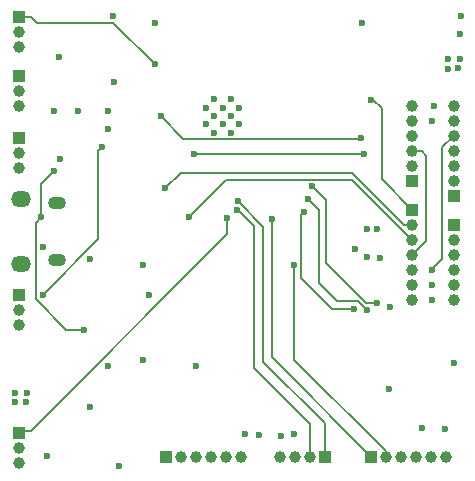
<source format=gbr>
%TF.GenerationSoftware,KiCad,Pcbnew,9.0.3*%
%TF.CreationDate,2025-08-28T21:38:12+08:00*%
%TF.ProjectId,ESP32_Board,45535033-325f-4426-9f61-72642e6b6963,rev?*%
%TF.SameCoordinates,Original*%
%TF.FileFunction,Copper,L4,Bot*%
%TF.FilePolarity,Positive*%
%FSLAX46Y46*%
G04 Gerber Fmt 4.6, Leading zero omitted, Abs format (unit mm)*
G04 Created by KiCad (PCBNEW 9.0.3) date 2025-08-28 21:38:12*
%MOMM*%
%LPD*%
G01*
G04 APERTURE LIST*
%TA.AperFunction,ComponentPad*%
%ADD10R,1.000000X1.000000*%
%TD*%
%TA.AperFunction,ComponentPad*%
%ADD11C,1.000000*%
%TD*%
%TA.AperFunction,HeatsinkPad*%
%ADD12C,0.600000*%
%TD*%
%TA.AperFunction,HeatsinkPad*%
%ADD13O,1.700000X1.350000*%
%TD*%
%TA.AperFunction,HeatsinkPad*%
%ADD14O,1.500000X1.100000*%
%TD*%
%TA.AperFunction,ViaPad*%
%ADD15C,0.600000*%
%TD*%
%TA.AperFunction,Conductor*%
%ADD16C,0.200000*%
%TD*%
G04 APERTURE END LIST*
D10*
%TO.P,J8,1,Pin_1*%
%TO.N,/ESP32/US2*%
X97500000Y-59730000D03*
D11*
%TO.P,J8,2,Pin_2*%
%TO.N,/ESP32/5V*%
X97500000Y-61000000D03*
%TO.P,J8,3,Pin_3*%
%TO.N,GND*%
X97500000Y-62270000D03*
%TD*%
D10*
%TO.P,J7,1,Pin_1*%
%TO.N,/ESP32/US1*%
X97500000Y-84730000D03*
D11*
%TO.P,J7,2,Pin_2*%
%TO.N,/ESP32/5V*%
X97500000Y-86000000D03*
%TO.P,J7,3,Pin_3*%
%TO.N,GND*%
X97500000Y-87270000D03*
%TD*%
D10*
%TO.P,J11,1,Pin_1*%
%TO.N,/ESP32/US5*%
X97500000Y-54500000D03*
D11*
%TO.P,J11,2,Pin_2*%
%TO.N,/ESP32/5V*%
X97500000Y-55770000D03*
%TO.P,J11,3,Pin_3*%
%TO.N,GND*%
X97500000Y-57040000D03*
%TD*%
D10*
%TO.P,J19,1,Pin_1*%
%TO.N,/ESP32/TX*%
X123400000Y-86700000D03*
D11*
%TO.P,J19,2,Pin_2*%
%TO.N,/ESP32/RX*%
X122130000Y-86700000D03*
%TO.P,J19,3,Pin_3*%
%TO.N,/ESP32/3V3*%
X120860000Y-86700000D03*
%TO.P,J19,4,Pin_4*%
%TO.N,GND*%
X119590000Y-86700000D03*
%TD*%
D12*
%TO.P,U1,41,GND*%
%TO.N,GND*%
X113350000Y-57170000D03*
X113350000Y-58570000D03*
X114050000Y-56470000D03*
X114050000Y-57870000D03*
X114050000Y-59270000D03*
X114750000Y-57170000D03*
X114750000Y-58570000D03*
X115450000Y-56470000D03*
X115450000Y-57870000D03*
X115450000Y-59270000D03*
X116150000Y-57170000D03*
X116150000Y-58570000D03*
%TD*%
D10*
%TO.P,J14,1,Pin_1*%
%TO.N,/ESP32/SDA2*%
X130800000Y-63380000D03*
D11*
%TO.P,J14,2,Pin_2*%
%TO.N,/ESP32/SCL2*%
X130800000Y-62110000D03*
%TO.P,J14,3,Pin_3*%
%TO.N,/ESP32/RESET*%
X130800000Y-60840000D03*
%TO.P,J14,4,Pin_4*%
%TO.N,/ESP32/PENA*%
X130800000Y-59570000D03*
%TO.P,J14,5,Pin_5*%
%TO.N,/ESP32/3V3*%
X130800000Y-58300000D03*
%TO.P,J14,6,Pin_6*%
%TO.N,GND*%
X130800000Y-57030000D03*
%TD*%
D10*
%TO.P,J13,1,Pin_1*%
%TO.N,/ESP32/LPN*%
X130800000Y-65840000D03*
D11*
%TO.P,J13,2,Pin_2*%
%TO.N,/ESP32/SDA1*%
X130800000Y-67110000D03*
%TO.P,J13,3,Pin_3*%
%TO.N,/ESP32/SCL1*%
X130800000Y-68380000D03*
%TO.P,J13,4,Pin_4*%
%TO.N,/ESP32/RESET*%
X130800000Y-69650000D03*
%TO.P,J13,5,Pin_5*%
%TO.N,/ESP32/PENA*%
X130800000Y-70920000D03*
%TO.P,J13,6,Pin_6*%
%TO.N,/ESP32/3V3*%
X130800000Y-72190000D03*
%TO.P,J13,7,Pin_7*%
%TO.N,GND*%
X130800000Y-73460000D03*
%TD*%
D13*
%TO.P,J6,6,Shield*%
%TO.N,GND*%
X97700000Y-64920000D03*
D14*
X100700000Y-65230000D03*
X100700000Y-70070000D03*
D13*
X97700000Y-70380000D03*
%TD*%
D10*
%TO.P,J10,1,Pin_1*%
%TO.N,/ESP32/US4*%
X97500000Y-49500000D03*
D11*
%TO.P,J10,2,Pin_2*%
%TO.N,/ESP32/5V*%
X97500000Y-50770000D03*
%TO.P,J10,3,Pin_3*%
%TO.N,GND*%
X97500000Y-52040000D03*
%TD*%
D10*
%TO.P,J12,1,Pin_1*%
%TO.N,/ESP32/SDA1*%
X134300000Y-67070000D03*
D11*
%TO.P,J12,2,Pin_2*%
%TO.N,/ESP32/SCL1*%
X134300000Y-68340000D03*
%TO.P,J12,3,Pin_3*%
%TO.N,/ESP32/RESET*%
X134300000Y-69610000D03*
%TO.P,J12,4,Pin_4*%
%TO.N,/ESP32/PENA*%
X134300000Y-70880000D03*
%TO.P,J12,5,Pin_5*%
%TO.N,/ESP32/3V3*%
X134300000Y-72150000D03*
%TO.P,J12,6,Pin_6*%
%TO.N,GND*%
X134300000Y-73420000D03*
%TD*%
D10*
%TO.P,J15,1,Pin_1*%
%TO.N,/ESP32/LPN*%
X134300000Y-64650000D03*
D11*
%TO.P,J15,2,Pin_2*%
%TO.N,/ESP32/SDA2*%
X134300000Y-63380000D03*
%TO.P,J15,3,Pin_3*%
%TO.N,/ESP32/SCL2*%
X134300000Y-62110000D03*
%TO.P,J15,4,Pin_4*%
%TO.N,/ESP32/RESET*%
X134300000Y-60840000D03*
%TO.P,J15,5,Pin_5*%
%TO.N,/ESP32/PENA*%
X134300000Y-59570000D03*
%TO.P,J15,6,Pin_6*%
%TO.N,/ESP32/3V3*%
X134300000Y-58300000D03*
%TO.P,J15,7,Pin_7*%
%TO.N,GND*%
X134300000Y-57030000D03*
%TD*%
D10*
%TO.P,J9,1,Pin_1*%
%TO.N,/ESP32/US3*%
X97500000Y-73000000D03*
D11*
%TO.P,J9,2,Pin_2*%
%TO.N,/ESP32/5V*%
X97500000Y-74270000D03*
%TO.P,J9,3,Pin_3*%
%TO.N,GND*%
X97500000Y-75540000D03*
%TD*%
D10*
%TO.P,J16,1,Pin_1*%
%TO.N,/ESP32/SDCS*%
X127290000Y-86700000D03*
D11*
%TO.P,J16,2,Pin_2*%
%TO.N,/ESP32/SDCLK*%
X128560000Y-86700000D03*
%TO.P,J16,3,Pin_3*%
%TO.N,/ESP32/SDMOSI*%
X129830000Y-86700000D03*
%TO.P,J16,4,Pin_4*%
%TO.N,/ESP32/SDMISO*%
X131100000Y-86700000D03*
%TO.P,J16,5,Pin_5*%
%TO.N,/ESP32/3V3*%
X132370000Y-86700000D03*
%TO.P,J16,6,Pin_6*%
%TO.N,GND*%
X133640000Y-86700000D03*
%TD*%
D10*
%TO.P,J17,1,Pin_1*%
%TO.N,/ESP32/CS1*%
X109950000Y-86700000D03*
D11*
%TO.P,J17,2,Pin_2*%
%TO.N,/ESP32/MOSI1*%
X111220000Y-86700000D03*
%TO.P,J17,3,Pin_3*%
%TO.N,/ESP32/CLK1*%
X112490000Y-86700000D03*
%TO.P,J17,4,Pin_4*%
%TO.N,/ESP32/MISO1*%
X113760000Y-86700000D03*
%TO.P,J17,5,Pin_5*%
%TO.N,/ESP32/3V3*%
X115030000Y-86700000D03*
%TO.P,J17,6,Pin_6*%
%TO.N,GND*%
X116300000Y-86700000D03*
%TD*%
D15*
%TO.N,/ESP32/3V3*%
X128900000Y-74050000D03*
X128100000Y-69850000D03*
%TO.N,GND*%
X99850342Y-86673686D03*
X134325000Y-78800000D03*
X128850000Y-80950000D03*
X100850000Y-52900000D03*
X105000000Y-57450000D03*
X102500000Y-57450000D03*
%TO.N,/ESP32/3V3*%
X100500000Y-57450000D03*
%TO.N,GND*%
X117800000Y-84900000D03*
X127775000Y-67420000D03*
X132500000Y-73460000D03*
X134800000Y-50900000D03*
X134800000Y-53000000D03*
X106000000Y-87500000D03*
X105550000Y-54973000D03*
X133800000Y-53900000D03*
X134700000Y-53800000D03*
X99500000Y-68950000D03*
X112500000Y-79000000D03*
X101000000Y-61500000D03*
X126950000Y-69800000D03*
X134900000Y-49400000D03*
X98200000Y-81300000D03*
X132600000Y-57030000D03*
X108000000Y-70500000D03*
X108000000Y-78500000D03*
X119650000Y-84950000D03*
X97200000Y-82100000D03*
X97200000Y-81300000D03*
X109000000Y-50000000D03*
X103500000Y-70000000D03*
X126975000Y-67420000D03*
X133800000Y-53000000D03*
X126500000Y-50000000D03*
X98100000Y-82100000D03*
X133600000Y-84400000D03*
%TO.N,/ESP32/5V*%
X103500000Y-82500000D03*
X105000000Y-79000000D03*
%TO.N,/ESP32/3V3*%
X105000000Y-58950000D03*
X108500000Y-73000000D03*
X116600000Y-84800000D03*
X125975000Y-69100000D03*
X105500000Y-49400000D03*
X132500000Y-58300000D03*
X120800000Y-84800000D03*
X132500000Y-72150000D03*
X131600000Y-84300000D03*
%TO.N,/ESP32/US1*%
X115100000Y-66500000D03*
%TO.N,/ESP32/US3*%
X104500000Y-60500000D03*
X99500000Y-73000000D03*
%TO.N,/ESP32/US4*%
X109000000Y-53500000D03*
%TO.N,/ESP32/PENA*%
X132505000Y-70920000D03*
%TO.N,/ESP32/SCL1*%
X111900000Y-66400000D03*
%TO.N,/ESP32/SDA1*%
X109900000Y-64000000D03*
%TO.N,/ESP32/LPN*%
X127300000Y-56500000D03*
%TO.N,/ESP32/SDA2*%
X112300000Y-61100000D03*
X126700000Y-61100000D03*
%TO.N,/ESP32/SCL2*%
X126450000Y-59750000D03*
X109500000Y-57900000D03*
%TO.N,/ESP32/TX*%
X116000125Y-65096000D03*
%TO.N,/ESP32/RX*%
X115977354Y-65822646D03*
%TO.N,/ESP32/SDCS*%
X118900000Y-66600000D03*
%TO.N,/ESP32/AP_SCLK2*%
X127000000Y-74300000D03*
X122000000Y-64900000D03*
%TO.N,/ESP32/SDCLK*%
X120800000Y-70500000D03*
%TO.N,/ESP32/AP_SDI2*%
X122300000Y-63800000D03*
X127800000Y-73700000D03*
%TO.N,/ESP32/AP_CS2*%
X121600000Y-66000000D03*
X125900000Y-74200000D03*
%TO.N,/ESP32/5V_USB2*%
X99400000Y-66400000D03*
X103000000Y-76000000D03*
X100500000Y-62500000D03*
%TD*%
D16*
%TO.N,/ESP32/RESET*%
X131590000Y-60840000D02*
X130800000Y-60840000D01*
X132000000Y-61250000D02*
X131590000Y-60840000D01*
X132000000Y-68450000D02*
X132000000Y-61250000D01*
X130800000Y-69650000D02*
X132000000Y-68450000D01*
%TO.N,/ESP32/PENA*%
X133350000Y-70000000D02*
X132505000Y-70845000D01*
X133350000Y-60520000D02*
X133350000Y-70000000D01*
X134300000Y-59570000D02*
X133350000Y-60520000D01*
%TO.N,/ESP32/US1*%
X115100000Y-66500000D02*
X115100000Y-67900000D01*
X115100000Y-67900000D02*
X98500000Y-84500000D01*
X98500000Y-84500000D02*
X97730000Y-84500000D01*
X97730000Y-84500000D02*
X97500000Y-84730000D01*
%TO.N,/ESP32/US3*%
X99500000Y-73000000D02*
X104200000Y-68300000D01*
X104200000Y-60800000D02*
X104500000Y-60500000D01*
X104200000Y-68300000D02*
X104200000Y-60800000D01*
%TO.N,/ESP32/US4*%
X109000000Y-53500000D02*
X105500000Y-50000000D01*
X99000000Y-50000000D02*
X98500000Y-49500000D01*
X98500000Y-49500000D02*
X97500000Y-49500000D01*
X105500000Y-50000000D02*
X99000000Y-50000000D01*
%TO.N,/ESP32/SCL1*%
X115028000Y-63272000D02*
X111900000Y-66400000D01*
X130800000Y-68380000D02*
X125692000Y-63272000D01*
X125692000Y-63272000D02*
X115028000Y-63272000D01*
%TO.N,/ESP32/SDA1*%
X111200000Y-62700000D02*
X109900000Y-64000000D01*
X130092894Y-67110000D02*
X125682894Y-62700000D01*
X130800000Y-67110000D02*
X130092894Y-67110000D01*
X125682894Y-62700000D02*
X111200000Y-62700000D01*
%TO.N,/ESP32/LPN*%
X128200000Y-57200000D02*
X127500000Y-56500000D01*
X130800000Y-65840000D02*
X128200000Y-63240000D01*
X127500000Y-56500000D02*
X127300000Y-56500000D01*
X128200000Y-63240000D02*
X128200000Y-57200000D01*
%TO.N,/ESP32/SDA2*%
X126700000Y-61100000D02*
X112300000Y-61100000D01*
%TO.N,/ESP32/SCL2*%
X126450000Y-59750000D02*
X126402000Y-59798000D01*
X126402000Y-59798000D02*
X111398000Y-59798000D01*
X111398000Y-59798000D02*
X109500000Y-57900000D01*
%TO.N,/ESP32/TX*%
X118200000Y-67300000D02*
X118200000Y-78700000D01*
X116000125Y-65100125D02*
X118200000Y-67300000D01*
X116000125Y-65096000D02*
X116000125Y-65100125D01*
X123400000Y-83900000D02*
X123400000Y-86700000D01*
X118200000Y-78700000D02*
X123400000Y-83900000D01*
%TO.N,/ESP32/RX*%
X117400000Y-79200000D02*
X122130000Y-83930000D01*
X122130000Y-83930000D02*
X122130000Y-86700000D01*
X117400000Y-67200000D02*
X117400000Y-79200000D01*
X116022646Y-65822646D02*
X117400000Y-67200000D01*
X115977354Y-65822646D02*
X116022646Y-65822646D01*
%TO.N,/ESP32/SDCS*%
X118900000Y-78310000D02*
X127290000Y-86700000D01*
X118900000Y-66600000D02*
X118900000Y-78310000D01*
%TO.N,/ESP32/AP_SCLK2*%
X126200000Y-73500000D02*
X124400000Y-73500000D01*
X122900000Y-72000000D02*
X122900000Y-65800000D01*
X127000000Y-74300000D02*
X126200000Y-73500000D01*
X124400000Y-73500000D02*
X122900000Y-72000000D01*
X122900000Y-65800000D02*
X122000000Y-64900000D01*
%TO.N,/ESP32/SDCLK*%
X128560000Y-86700000D02*
X128560000Y-86260000D01*
X120800000Y-78500000D02*
X120800000Y-70500000D01*
X128560000Y-86260000D02*
X120800000Y-78500000D01*
%TO.N,/ESP32/AP_SDI2*%
X126900000Y-73700000D02*
X123500000Y-70300000D01*
X123500000Y-65000000D02*
X122300000Y-63800000D01*
X123500000Y-70300000D02*
X123500000Y-65000000D01*
X127800000Y-73700000D02*
X126900000Y-73700000D01*
%TO.N,/ESP32/AP_CS2*%
X124000000Y-74200000D02*
X121400000Y-71600000D01*
X125900000Y-74200000D02*
X124000000Y-74200000D01*
X121400000Y-66200000D02*
X121600000Y-66000000D01*
X121400000Y-71600000D02*
X121400000Y-66200000D01*
%TO.N,/ESP32/5V_USB2*%
X99400000Y-66400000D02*
X99400000Y-63600000D01*
X98899971Y-69899971D02*
X98899971Y-66900029D01*
X98899000Y-69900942D02*
X98899971Y-69899971D01*
X99400000Y-63600000D02*
X100500000Y-62500000D01*
X98899000Y-69900943D02*
X98899971Y-69899971D01*
X98899000Y-73399000D02*
X98899000Y-69900942D01*
X98899971Y-66900029D02*
X99400000Y-66400000D01*
X101500000Y-76000000D02*
X98899000Y-73399000D01*
X103000000Y-76000000D02*
X101500000Y-76000000D01*
%TD*%
M02*

</source>
